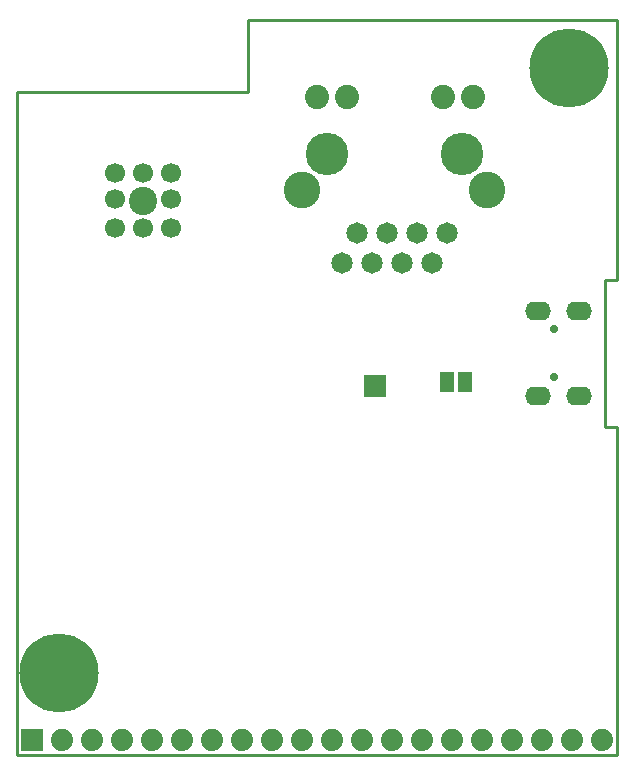
<source format=gbr>
G04 #@! TF.GenerationSoftware,KiCad,Pcbnew,no-vcs-found-097f89d~58~ubuntu14.04.1*
G04 #@! TF.CreationDate,2017-05-03T15:29:04+03:00*
G04 #@! TF.ProjectId,ESP32-GATEWAY_Rev_A,45535033322D474154455741595F5265,B*
G04 #@! TF.FileFunction,Soldermask,Bot*
G04 #@! TF.FilePolarity,Negative*
%FSLAX46Y46*%
G04 Gerber Fmt 4.6, Leading zero omitted, Abs format (unit mm)*
G04 Created by KiCad (PCBNEW no-vcs-found-097f89d~58~ubuntu14.04.1) date Wed May  3 15:29:04 2017*
%MOMM*%
%LPD*%
G01*
G04 APERTURE LIST*
%ADD10C,0.100000*%
%ADD11C,0.254000*%
%ADD12C,1.600000*%
%ADD13C,6.700000*%
%ADD14R,1.822400X1.822400*%
%ADD15C,1.700000*%
%ADD16C,2.400000*%
%ADD17C,3.600000*%
%ADD18C,2.050000*%
%ADD19C,3.100000*%
%ADD20C,1.810000*%
%ADD21R,1.270000X1.701800*%
%ADD22O,2.200000X1.600000*%
%ADD23C,0.700000*%
%ADD24C,1.879600*%
%ADD25R,1.879600X1.879600*%
G04 APERTURE END LIST*
D10*
D11*
X120396000Y-101473000D02*
X120396000Y-129286000D01*
X119380000Y-101473000D02*
X120396000Y-101473000D01*
X119380000Y-89027000D02*
X119380000Y-101473000D01*
X120396000Y-89027000D02*
X119380000Y-89027000D01*
X120396000Y-67056000D02*
X120396000Y-89027000D01*
X120396000Y-67056000D02*
X89154000Y-67056000D01*
X69596000Y-129286000D02*
X120396000Y-129286000D01*
X69596000Y-73152000D02*
X69596000Y-129286000D01*
X89154000Y-73152000D02*
X89154000Y-67056000D01*
X69596000Y-73152000D02*
X89154000Y-73152000D01*
D12*
X113919000Y-71120000D03*
X118745000Y-71120000D03*
X117983000Y-72771000D03*
X114681000Y-72898000D03*
X117983000Y-69469000D03*
X114681000Y-69469000D03*
X116332000Y-73533000D03*
X116332000Y-68707000D03*
D13*
X116332000Y-71120000D03*
X73152000Y-122301000D03*
D12*
X73152000Y-119888000D03*
X73152000Y-124714000D03*
X71501000Y-120650000D03*
X74803000Y-120650000D03*
X71501000Y-124079000D03*
X74803000Y-123952000D03*
X75565000Y-122301000D03*
X70739000Y-122301000D03*
D14*
X99949000Y-98044000D03*
D15*
X77969600Y-84682800D03*
D16*
X80281000Y-82346000D03*
D15*
X82643200Y-84682800D03*
X77969600Y-79983800D03*
X82643200Y-79983800D03*
X80281000Y-79983800D03*
X80281000Y-84682800D03*
X77969600Y-82219000D03*
X82643200Y-82219000D03*
D17*
X95885000Y-78359000D03*
X107315000Y-78359000D03*
D18*
X105670000Y-73610500D03*
X94990000Y-73610500D03*
D19*
X93800000Y-81409000D03*
X109400000Y-81409000D03*
D18*
X108210000Y-73610500D03*
X97530000Y-73610500D03*
D20*
X97165000Y-87599000D03*
X98435000Y-85059000D03*
X99705000Y-87599000D03*
X100975000Y-85059000D03*
X102245000Y-87599000D03*
X103515000Y-85059000D03*
X104785000Y-87599000D03*
X106055000Y-85059000D03*
D21*
X107569000Y-97663000D03*
X107569000Y-97663000D03*
X106045000Y-97663000D03*
D22*
X117217000Y-91650000D03*
X113747000Y-91650000D03*
X113747000Y-98850000D03*
X117217000Y-98850000D03*
D23*
X115067000Y-93250000D03*
X115067000Y-97250000D03*
D24*
X111506000Y-128016000D03*
X114046000Y-128016000D03*
X119126000Y-128016000D03*
X116586000Y-128016000D03*
X106426000Y-128016000D03*
X108966000Y-128016000D03*
X103886000Y-128016000D03*
X101346000Y-128016000D03*
X96266000Y-128016000D03*
X98806000Y-128016000D03*
X93726000Y-128016000D03*
X91186000Y-128016000D03*
X86106000Y-128016000D03*
X88646000Y-128016000D03*
X83566000Y-128016000D03*
X81026000Y-128016000D03*
D25*
X70866000Y-128016000D03*
D24*
X73406000Y-128016000D03*
X75946000Y-128016000D03*
X78486000Y-128016000D03*
M02*

</source>
